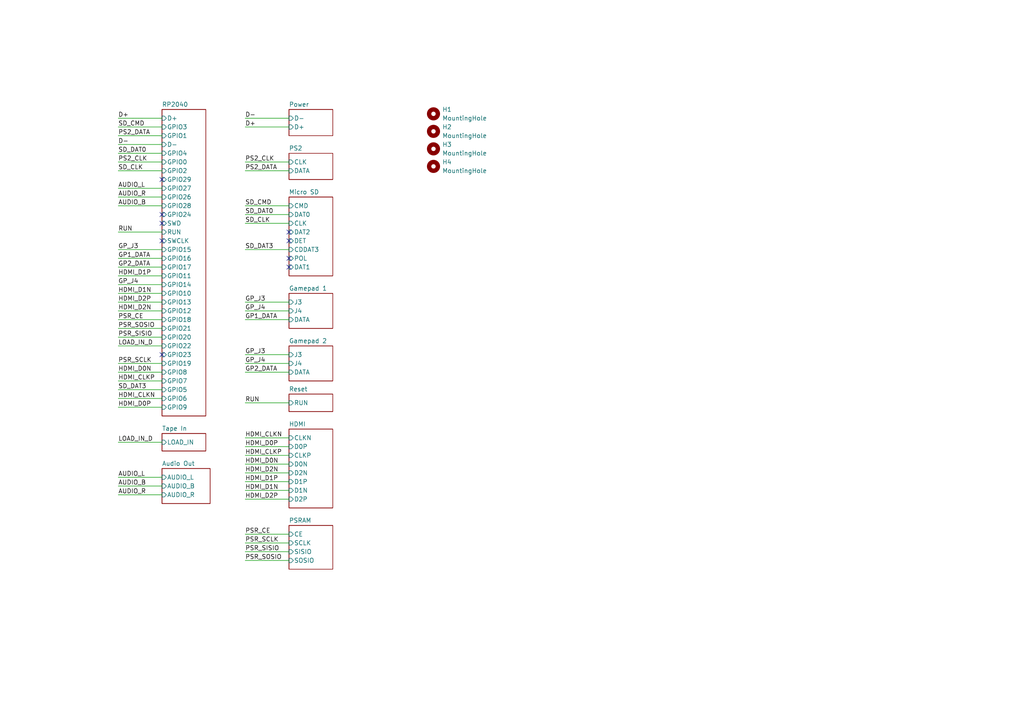
<source format=kicad_sch>
(kicad_sch (version 20250114) (generator "eeschema") (generator_version "9.0")
  (paper "A4")
  (title_block (title "MiniFRANK RM1") (date "2025-03-04") (rev "2.01") (company "Mikhail Matveev") (comment 1 "https://github.com/xtremespb/frank"))
  (lib_symbols
    (symbol "Mechanical:MountingHole" (pin_names (offset 1.016)) (exclude_from_sim yes) (in_bom no)
      (property "Reference" "H" (at 0 5.08 0))
      (property "Value" "MountingHole" (at 0 3.175 0))
      (symbol "MountingHole_0_1"
        (circle (center 0 0) (radius 1.27) (stroke (width 1.27)))
      )
    )
  )
  (no_connect (at 83.82 77.47))
  (no_connect (at 46.99 62.23))
  (no_connect (at 83.82 74.93))
  (no_connect (at 46.99 69.85))
  (no_connect (at 46.99 102.87))
  (no_connect (at 83.82 69.85))
  (no_connect (at 83.82 67.31))
  (no_connect (at 46.99 64.77))
  (no_connect (at 46.99 52.07))
  (wire (pts (xy 34.29 115.57) (xy 46.99 115.57)))
  (wire (pts (xy 34.29 77.47) (xy 46.99 77.47)))
  (wire (pts (xy 71.12 49.53) (xy 83.82 49.53)))
  (wire (pts (xy 34.29 128.27) (xy 46.99 128.27)))
  (wire (pts (xy 34.29 110.49) (xy 46.99 110.49)))
  (wire (pts (xy 34.29 140.97) (xy 46.99 140.97)))
  (wire (pts (xy 71.12 62.23) (xy 83.82 62.23)))
  (wire (pts (xy 34.29 82.55) (xy 46.99 82.55)))
  (wire (pts (xy 34.29 105.41) (xy 46.99 105.41)))
  (wire (pts (xy 71.12 139.7) (xy 83.82 139.7)))
  (wire (pts (xy 34.29 118.11) (xy 46.99 118.11)))
  (wire (pts (xy 34.29 74.93) (xy 46.99 74.93)))
  (wire (pts (xy 34.29 92.71) (xy 46.99 92.71)))
  (wire (pts (xy 34.29 57.15) (xy 46.99 57.15)))
  (wire (pts (xy 34.29 97.79) (xy 46.99 97.79)))
  (wire (pts (xy 34.29 90.17) (xy 46.99 90.17)))
  (wire (pts (xy 71.12 92.71) (xy 83.82 92.71)))
  (wire (pts (xy 34.29 113.03) (xy 46.99 113.03)))
  (wire (pts (xy 34.29 44.45) (xy 46.99 44.45)))
  (wire (pts (xy 34.29 49.53) (xy 46.99 49.53)))
  (wire (pts (xy 71.12 157.48) (xy 83.82 157.48)))
  (wire (pts (xy 34.29 143.51) (xy 46.99 143.51)))
  (wire (pts (xy 71.12 36.83) (xy 83.82 36.83)))
  (wire (pts (xy 71.12 134.62) (xy 83.82 134.62)))
  (wire (pts (xy 71.12 34.29) (xy 83.82 34.29)))
  (wire (pts (xy 71.12 102.87) (xy 83.82 102.87)))
  (wire (pts (xy 71.12 129.54) (xy 83.82 129.54)))
  (wire (pts (xy 71.12 127) (xy 83.82 127)))
  (wire (pts (xy 34.29 107.95) (xy 46.99 107.95)))
  (wire (pts (xy 71.12 72.39) (xy 83.82 72.39)))
  (wire (pts (xy 34.29 72.39) (xy 46.99 72.39)))
  (wire (pts (xy 34.29 100.33) (xy 46.99 100.33)))
  (wire (pts (xy 34.29 36.83) (xy 46.99 36.83)))
  (wire (pts (xy 34.29 34.29) (xy 46.99 34.29)))
  (wire (pts (xy 34.29 80.01) (xy 46.99 80.01)))
  (wire (pts (xy 71.12 107.95) (xy 83.82 107.95)))
  (wire (pts (xy 34.29 95.25) (xy 46.99 95.25)))
  (wire (pts (xy 71.12 142.24) (xy 83.82 142.24)))
  (wire (pts (xy 34.29 85.09) (xy 46.99 85.09)))
  (wire (pts (xy 34.29 138.43) (xy 46.99 138.43)))
  (wire (pts (xy 71.12 160.02) (xy 83.82 160.02)))
  (wire (pts (xy 34.29 41.91) (xy 46.99 41.91)))
  (wire (pts (xy 71.12 46.99) (xy 83.82 46.99)))
  (wire (pts (xy 71.12 154.94) (xy 83.82 154.94)))
  (wire (pts (xy 71.12 132.08) (xy 83.82 132.08)))
  (wire (pts (xy 34.29 54.61) (xy 46.99 54.61)))
  (wire (pts (xy 71.12 87.63) (xy 83.82 87.63)))
  (wire (pts (xy 34.29 87.63) (xy 46.99 87.63)))
  (wire (pts (xy 71.12 90.17) (xy 83.82 90.17)))
  (wire (pts (xy 71.12 116.84) (xy 83.82 116.84)))
  (wire (pts (xy 34.29 46.99) (xy 46.99 46.99)))
  (wire (pts (xy 34.29 67.31) (xy 46.99 67.31)))
  (wire (pts (xy 71.12 105.41) (xy 83.82 105.41)))
  (wire (pts (xy 34.29 39.37) (xy 46.99 39.37)))
  (wire (pts (xy 71.12 162.56) (xy 83.82 162.56)))
  (wire (pts (xy 71.12 137.16) (xy 83.82 137.16)))
  (wire (pts (xy 34.29 59.69) (xy 46.99 59.69)))
  (wire (pts (xy 71.12 64.77) (xy 83.82 64.77)))
  (wire (pts (xy 71.12 144.78) (xy 83.82 144.78)))
  (wire (pts (xy 71.12 59.69) (xy 83.82 59.69)))
  (label "SD_CLK" (at 34.29 49.53 0))
  (label "HDMI_D0N" (at 34.29 107.95 0))
  (label "D+" (at 71.12 36.83 0))
  (label "PS2_CLK" (at 34.29 46.99 0))
  (label "HDMI_CLKP" (at 71.12 132.08 0))
  (label "LOAD_IN_D" (at 34.29 100.33 0))
  (label "GP_J4" (at 71.12 105.41 0))
  (label "GP_J3" (at 71.12 102.87 0))
  (label "PSR_SCLK" (at 71.12 157.48 0))
  (label "SD_CMD" (at 71.12 59.69 0))
  (label "AUDIO_L" (at 34.29 138.43 0))
  (label "GP1_DATA" (at 71.12 92.71 0))
  (label "GP_J4" (at 34.29 82.55 0))
  (label "AUDIO_R" (at 34.29 57.15 0))
  (label "PSR_SISIO" (at 71.12 160.02 0))
  (label "D+" (at 34.29 34.29 0))
  (label "GP_J4" (at 71.12 90.17 0))
  (label "PS2_DATA" (at 71.12 49.53 0))
  (label "LOAD_IN_D" (at 34.29 128.27 0))
  (label "PSR_CE" (at 71.12 154.94 0))
  (label "HDMI_D1N" (at 34.29 85.09 0))
  (label "SD_DAT3" (at 71.12 72.39 0))
  (label "HDMI_D2N" (at 71.12 137.16 0))
  (label "AUDIO_B" (at 34.29 140.97 0))
  (label "HDMI_CLKN" (at 34.29 115.57 0))
  (label "SD_DAT0" (at 34.29 44.45 0))
  (label "HDMI_D0P" (at 34.29 118.11 0))
  (label "HDMI_D2N" (at 34.29 90.17 0))
  (label "PSR_SCLK" (at 34.29 105.41 0))
  (label "PS2_CLK" (at 71.12 46.99 0))
  (label "SD_DAT3" (at 34.29 113.03 0))
  (label "AUDIO_R" (at 34.29 143.51 0))
  (label "HDMI_CLKP" (at 34.29 110.49 0))
  (label "PSR_SOSIO" (at 34.29 95.25 0))
  (label "PSR_CE" (at 34.29 92.71 0))
  (label "HDMI_D2P" (at 71.12 144.78 0))
  (label "RUN" (at 34.29 67.31 0))
  (label "AUDIO_L" (at 34.29 54.61 0))
  (label "SD_CLK" (at 71.12 64.77 0))
  (label "HDMI_CLKN" (at 71.12 127 0))
  (label "GP1_DATA" (at 34.29 74.93 0))
  (label "HDMI_D1P" (at 34.29 80.01 0))
  (label "GP2_DATA" (at 71.12 107.95 0))
  (label "GP_J3" (at 34.29 72.39 0))
  (label "PS2_DATA" (at 34.29 39.37 0))
  (label "HDMI_D0N" (at 71.12 134.62 0))
  (label "HDMI_D1P" (at 71.12 139.7 0))
  (label "RUN" (at 71.12 116.84 0))
  (label "SD_CMD" (at 34.29 36.83 0))
  (label "PSR_SOSIO" (at 71.12 162.56 0))
  (label "HDMI_D2P" (at 34.29 87.63 0))
  (label "PSR_SISIO" (at 34.29 97.79 0))
  (label "SD_DAT0" (at 71.12 62.23 0))
  (label "GP_J3" (at 71.12 87.63 0))
  (label "D-" (at 71.12 34.29 0))
  (label "HDMI_D0P" (at 71.12 129.54 0))
  (label "GP2_DATA" (at 34.29 77.47 0))
  (label "HDMI_D1N" (at 71.12 142.24 0))
  (label "AUDIO_B" (at 34.29 59.69 0))
  (label "D-" (at 34.29 41.91 0))
  (symbol (lib_id "Mechanical:MountingHole") (at 125.73 43.18 0) (unit 1) (exclude_from_sim yes) (in_bom no)
    (property "Reference" "H3" (at 128.27 41.9099 0) (effects (justify left)))
    (property "Value" "MountingHole" (at 128.27 44.4499 0) (effects (justify left)))
    (property "Footprint" "FRANK:Mounting Hole (2.7mm)" (effects (hide yes)))
    (property "Description" "Mounting Hole without connection" (effects (hide yes)))
  )
  (symbol (lib_id "Mechanical:MountingHole") (at 125.73 38.1 0) (unit 1) (exclude_from_sim yes) (in_bom no)
    (property "Reference" "H2" (at 128.27 36.8299 0) (effects (justify left)))
    (property "Value" "MountingHole" (at 128.27 39.3699 0) (effects (justify left)))
    (property "Footprint" "FRANK:Mounting Hole (2.7mm)" (effects (hide yes)))
    (property "Description" "Mounting Hole without connection" (effects (hide yes)))
  )
  (symbol (lib_id "Mechanical:MountingHole") (at 125.73 48.26 0) (unit 1) (exclude_from_sim yes) (in_bom no)
    (property "Reference" "H4" (at 128.27 46.9899 0) (effects (justify left)))
    (property "Value" "MountingHole" (at 128.27 49.5299 0) (effects (justify left)))
    (property "Footprint" "FRANK:Mounting Hole (2.7mm)" (effects (hide yes)))
    (property "Description" "Mounting Hole without connection" (effects (hide yes)))
  )
  (symbol (lib_id "Mechanical:MountingHole") (at 125.73 33.02 0) (unit 1) (exclude_from_sim yes) (in_bom no)
    (property "Reference" "H1" (at 128.27 31.7499 0) (effects (justify left)))
    (property "Value" "MountingHole" (at 128.27 34.2899 0) (effects (justify left)))
    (property "Footprint" "FRANK:Mounting Hole (2.7mm)" (effects (hide yes)))
    (property "Description" "Mounting Hole without connection" (effects (hide yes)))
  )
  (sheet (at 83.82 57.15) (size 12.7 22.86) (stroke (width 0.1524))
    (property "Sheetname" "Micro SD" (at 83.82 56.4384 0) (effects (justify left bottom)))
    (property "Sheetfile" "sd.kicad_sch" (effects (hide yes)))
    (pin "CMD" input (at 83.82 59.69 180))
    (pin "DAT0" input (at 83.82 62.23 180))
    (pin "CLK" input (at 83.82 64.77 180))
    (pin "DAT2" input (at 83.82 67.31 180))
    (pin "DET" input (at 83.82 69.85 180))
    (pin "CDDAT3" input (at 83.82 72.39 180))
    (pin "POL" input (at 83.82 74.93 180))
    (pin "DAT1" input (at 83.82 77.47 180))
  )
  (sheet (at 83.82 114.3) (size 12.7 5.08) (stroke (width 0.1524))
    (property "Sheetname" "Reset" (at 83.82 113.5884 0) (effects (justify left bottom)))
    (property "Sheetfile" "reset.kicad_sch" (effects (hide yes)))
    (pin "RUN" input (at 83.82 116.84 180))
  )
  (sheet (at 46.99 125.73) (size 12.7 5.08) (stroke (width 0.1524))
    (property "Sheetname" "Tape In" (at 46.99 125.0184 0) (effects (justify left bottom)))
    (property "Sheetfile" "tape.kicad_sch" (effects (hide yes)))
    (pin "LOAD_IN" input (at 46.99 128.27 180))
  )
  (sheet (at 83.82 31.75) (size 12.7 7.62) (stroke (width 0.1524))
    (property "Sheetname" "Power" (at 83.82 31.0384 0) (effects (justify left bottom)))
    (property "Sheetfile" "power.kicad_sch" (effects (hide yes)))
    (pin "D-" input (at 83.82 34.29 180))
    (pin "D+" input (at 83.82 36.83 180))
  )
  (sheet (at 83.82 85.09) (size 12.7 10.16) (stroke (width 0.1524))
    (property "Sheetname" "Gamepad 1" (at 83.82 84.3784 0) (effects (justify left bottom)))
    (property "Sheetfile" "gamepad.kicad_sch" (effects (hide yes)))
    (pin "J3" input (at 83.82 87.63 180))
    (pin "J4" input (at 83.82 90.17 180))
    (pin "DATA" input (at 83.82 92.71 180))
  )
  (sheet (at 83.82 44.45) (size 12.7 7.62) (stroke (width 0.1524))
    (property "Sheetname" "PS2" (at 83.82 43.7384 0) (effects (justify left bottom)))
    (property "Sheetfile" "ps2.kicad_sch" (effects (hide yes)))
    (pin "CLK" input (at 83.82 46.99 180))
    (pin "DATA" input (at 83.82 49.53 180))
  )
  (sheet (at 46.99 31.75) (size 12.7 88.9) (stroke (width 0.1524))
    (property "Sheetname" "RP2040" (at 46.99 31.0384 0) (effects (justify left bottom)))
    (property "Sheetfile" "rp2040.kicad_sch" (effects (hide yes)))
    (pin "D+" input (at 46.99 34.29 180))
    (pin "GPIO3" input (at 46.99 36.83 180))
    (pin "GPIO1" input (at 46.99 39.37 180))
    (pin "D-" input (at 46.99 41.91 180))
    (pin "GPIO4" input (at 46.99 44.45 180))
    (pin "GPIO0" input (at 46.99 46.99 180))
    (pin "GPIO2" input (at 46.99 49.53 180))
    (pin "GPIO29" input (at 46.99 52.07 180))
    (pin "GPIO27" input (at 46.99 54.61 180))
    (pin "GPIO26" input (at 46.99 57.15 180))
    (pin "GPIO28" input (at 46.99 59.69 180))
    (pin "GPIO24" input (at 46.99 62.23 180))
    (pin "SWD" input (at 46.99 64.77 180))
    (pin "RUN" input (at 46.99 67.31 180))
    (pin "SWCLK" input (at 46.99 69.85 180))
    (pin "GPIO15" input (at 46.99 72.39 180))
    (pin "GPIO16" input (at 46.99 74.93 180))
    (pin "GPIO17" input (at 46.99 77.47 180))
    (pin "GPIO11" input (at 46.99 80.01 180))
    (pin "GPIO14" input (at 46.99 82.55 180))
    (pin "GPIO10" input (at 46.99 85.09 180))
    (pin "GPIO13" input (at 46.99 87.63 180))
    (pin "GPIO12" input (at 46.99 90.17 180))
    (pin "GPIO18" input (at 46.99 92.71 180))
    (pin "GPIO21" input (at 46.99 95.25 180))
    (pin "GPIO20" input (at 46.99 97.79 180))
    (pin "GPIO22" input (at 46.99 100.33 180))
    (pin "GPIO23" input (at 46.99 102.87 180))
    (pin "GPIO19" input (at 46.99 105.41 180))
    (pin "GPIO8" input (at 46.99 107.95 180))
    (pin "GPIO7" input (at 46.99 110.49 180))
    (pin "GPIO5" input (at 46.99 113.03 180))
    (pin "GPIO6" input (at 46.99 115.57 180))
    (pin "GPIO9" input (at 46.99 118.11 180))
  )
  (sheet (at 83.82 152.4) (size 12.7 12.7) (stroke (width 0.1524))
    (property "Sheetname" "PSRAM" (at 83.82 151.6884 0) (effects (justify left bottom)))
    (property "Sheetfile" "psram.kicad_sch" (effects (hide yes)))
    (pin "CE" input (at 83.82 154.94 180))
    (pin "SCLK" input (at 83.82 157.48 180))
    (pin "SISIO" input (at 83.82 160.02 180))
    (pin "SOSIO" input (at 83.82 162.56 180))
  )
  (sheet (at 83.82 124.46) (size 12.7 22.86) (stroke (width 0.1524))
    (property "Sheetname" "HDMI" (at 83.82 123.7484 0) (effects (justify left bottom)))
    (property "Sheetfile" "hdmi.kicad_sch" (effects (hide yes)))
    (pin "CLKN" input (at 83.82 127 180))
    (pin "D0P" input (at 83.82 129.54 180))
    (pin "CLKP" input (at 83.82 132.08 180))
    (pin "D0N" input (at 83.82 134.62 180))
    (pin "D2N" input (at 83.82 137.16 180))
    (pin "D1P" input (at 83.82 139.7 180))
    (pin "D1N" input (at 83.82 142.24 180))
    (pin "D2P" input (at 83.82 144.78 180))
  )
  (sheet (at 83.82 100.33) (size 12.7 10.16) (stroke (width 0.1524))
    (property "Sheetname" "Gamepad 2" (at 83.82 99.6184 0) (effects (justify left bottom)))
    (property "Sheetfile" "gamepad.kicad_sch" (effects (hide yes)))
    (pin "J3" input (at 83.82 102.87 180))
    (pin "J4" input (at 83.82 105.41 180))
    (pin "DATA" input (at 83.82 107.95 180))
  )
  (sheet (at 46.99 135.89) (size 13.97 10.16) (stroke (width 0.1524))
    (property "Sheetname" "Audio Out" (at 46.99 135.1784 0) (effects (justify left bottom)))
    (property "Sheetfile" "audio.kicad_sch" (effects (hide yes)))
    (pin "AUDIO_L" input (at 46.99 138.43 180))
    (pin "AUDIO_B" input (at 46.99 140.97 180))
    (pin "AUDIO_R" input (at 46.99 143.51 180))
  )
)
</source>
